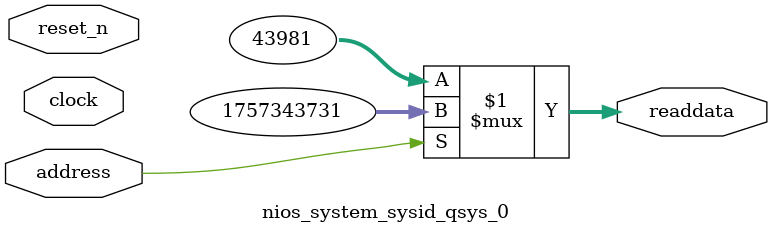
<source format=v>



// synthesis translate_off
`timescale 1ns / 1ps
// synthesis translate_on

// turn off superfluous verilog processor warnings 
// altera message_level Level1 
// altera message_off 10034 10035 10036 10037 10230 10240 10030 

module nios_system_sysid_qsys_0 (
               // inputs:
                address,
                clock,
                reset_n,

               // outputs:
                readdata
             )
;

  output  [ 31: 0] readdata;
  input            address;
  input            clock;
  input            reset_n;

  wire    [ 31: 0] readdata;
  //control_slave, which is an e_avalon_slave
  assign readdata = address ? 1757343731 : 43981;

endmodule



</source>
